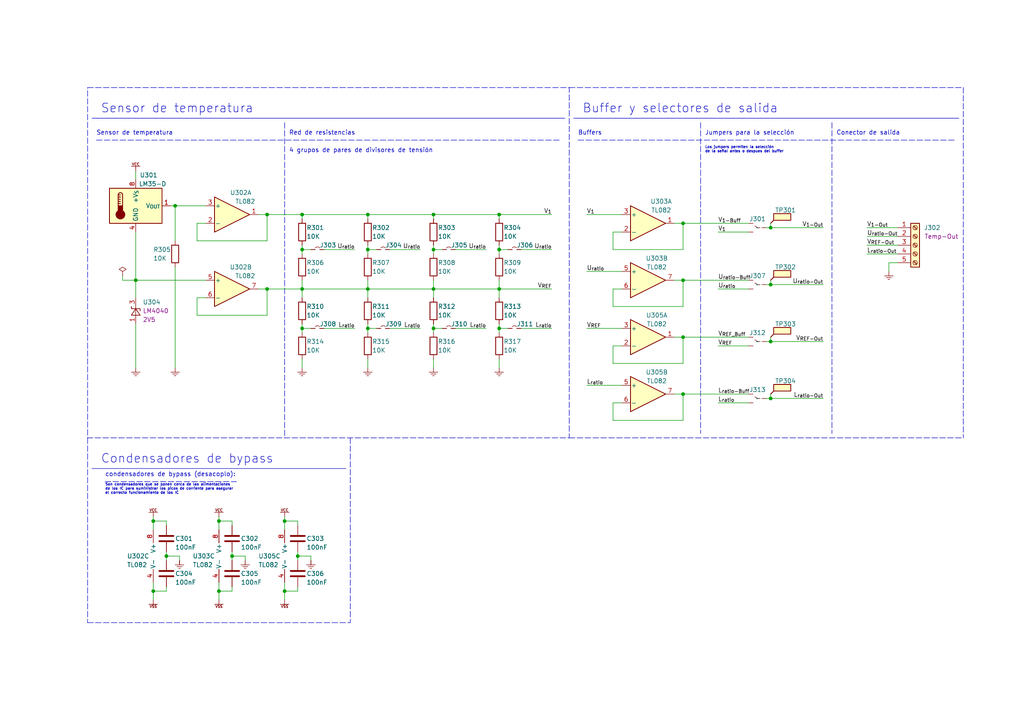
<source format=kicad_sch>
(kicad_sch (version 20230121) (generator eeschema)
  (paper "A4")
  (title_block (title "EQM Lab PCB - 1") (date "2023-04-14") (rev "V0.1-Alpha") (company "JSM - ETSE-UV") (comment 1 "Sensor de temperatura"))
  (lib_symbols
    (symbol "Amplifier_Operational:TL082" (pin_names (offset 0.127))
      (property "Reference" "U" (at 0 5.08 0))
      (property "Value" "TL082" (at 0 -5.08 0))
      (symbol "TL082_1_1"
        (polyline (pts (xy -5.08 5.08) (xy 5.08 0) (xy -5.08 -5.08) (xy -5.08 5.08)) (stroke (width 0.254)) (fill (type background)))
        (pin output line (at 7.62 0 180) (length 2.54) (name "~") (number "1"))
        (pin input line (at -7.62 -2.54 0) (length 2.54) (name "-") (number "2"))
        (pin input line (at -7.62 2.54 0) (length 2.54) (name "+") (number "3"))
      )
      (symbol "TL082_2_1"
        (polyline (pts (xy -5.08 5.08) (xy 5.08 0) (xy -5.08 -5.08) (xy -5.08 5.08)) (stroke (width 0.254)) (fill (type background)))
        (pin input line (at -7.62 2.54 0) (length 2.54) (name "+") (number "5"))
        (pin input line (at -7.62 -2.54 0) (length 2.54) (name "-") (number "6"))
        (pin output line (at 7.62 0 180) (length 2.54) (name "~") (number "7"))
      )
      (symbol "TL082_3_1"
        (pin power_in line (at -2.54 -7.62 90) (length 3.81) (name "V-") (number "4"))
        (pin power_in line (at -2.54 7.62 270) (length 3.81) (name "V+") (number "8"))
      )
    )
    (symbol "CPower:#GND" (power) (pin_numbers hide) (pin_names (offset 0) hide) (in_bom no) (on_board no)
      (symbol "#GND_0_0"
        (polyline (pts (xy -1.27 -1.27) (xy 1.27 -1.27)) (fill (type background)))
        (polyline (pts (xy -0.762 -1.778) (xy 0.762 -1.778)) (fill (type background)))
        (polyline (pts (xy -0.254 -2.286) (xy 0.254 -2.286)) (fill (type background)))
      )
      (symbol "#GND_1_1"
        (pin power_in line (at 0 0 270) (length 1.27) (name "GND") (number "1"))
      )
    )
    (symbol "CPower:#VSS" (power) (pin_numbers hide) (pin_names (offset 0) hide) (in_bom no) (on_board no)
      (symbol "#VSS_0_1"
        (polyline (pts (xy -1.27 1.27) (xy 1.27 1.27)))
      )
      (symbol "#VSS_1_1"
        (text "VSS" (at 0 1.905 0) (effects (font (size 0.75 0.75))))
        (pin power_in line (at 0 0 90) (length 1.27) (name "") (number ""))
      )
    )
    (symbol "CPower:VCC" (power) (pin_numbers hide) (pin_names (offset 0) hide) (in_bom no) (on_board no)
      (symbol "VCC_0_1"
        (polyline (pts (xy -1.27 0) (xy 1.27 0)))
      )
      (symbol "VCC_1_1"
        (text "VCC" (at 0 0.635 0) (effects (font (size 0.75 0.75))))
        (pin power_in line (at 0 -1.27 90) (length 1.27) (name "") (number ""))
      )
    )
    (symbol "Cmisc:Jumper" (pin_numbers hide) (pin_names (offset 0) hide) (in_bom no)
      (property "Reference" "J" (at 1.27 0 0))
      (symbol "Jumper_0_1"
        (arc (start -0.508 0) (mid -0.771 -0.635) (end -0.508 -1.27))
      )
      (symbol "Jumper_1_1"
        (pin bidirectional line (at 0 1.27 270) (length 1.27) (name "") (number "1"))
        (pin bidirectional line (at 0 -2.54 90) (length 1.27) (name "") (number "2"))
      )
    )
    (symbol "Cmisc:Jumper_3" (pin_numbers hide) (pin_names (offset 0) hide)
      (property "Reference" "J" (at 1.27 -2.54 0))
      (symbol "Jumper_3_0_1"
        (polyline (pts (xy -0.762 0) (xy 0 0) (xy 0.762 0.508)))
      )
      (symbol "Jumper_3_1_1"
        (pin bidirectional line (at -2.54 0 0) (length 1.27) (name "") (number "1"))
        (pin bidirectional line (at 2.54 1.27 180) (length 1.27) (name "") (number "2"))
        (pin bidirectional line (at 2.54 -1.27 180) (length 1.27) (name "") (number "3"))
      )
    )
    (symbol "Connector:Screw_Terminal_01x05" (pin_names (offset 1.016) hide)
      (property "Reference" "J" (at 0 7.62 0))
      (property "Value" "Screw_Terminal_01x05" (at 0 -7.62 0))
      (symbol "Screw_Terminal_01x05_1_1"
        (rectangle (start -1.27 6.35) (end 1.27 -6.35) (stroke (width 0.254)) (fill (type background)))
        (circle (center 0 -5.08) (radius 0.635) (stroke (width 0.1524)))
        (circle (center 0 -2.54) (radius 0.635) (stroke (width 0.1524)))
        (polyline (pts (xy -0.5334 -4.7498) (xy 0.3302 -5.588)) (stroke (width 0.1524)))
        (polyline (pts (xy -0.5334 -2.2098) (xy 0.3302 -3.048)) (stroke (width 0.1524)))
        (polyline (pts (xy -0.5334 0.3302) (xy 0.3302 -0.508)) (stroke (width 0.1524)))
        (polyline (pts (xy -0.5334 2.8702) (xy 0.3302 2.032)) (stroke (width 0.1524)))
        (polyline (pts (xy -0.5334 5.4102) (xy 0.3302 4.572)) (stroke (width 0.1524)))
        (polyline (pts (xy -0.3556 -4.572) (xy 0.508 -5.4102)) (stroke (width 0.1524)))
        (polyline (pts (xy -0.3556 -2.032) (xy 0.508 -2.8702)) (stroke (width 0.1524)))
        (polyline (pts (xy -0.3556 0.508) (xy 0.508 -0.3302)) (stroke (width 0.1524)))
        (polyline (pts (xy -0.3556 3.048) (xy 0.508 2.2098)) (stroke (width 0.1524)))
        (polyline (pts (xy -0.3556 5.588) (xy 0.508 4.7498)) (stroke (width 0.1524)))
        (circle (center 0 0) (radius 0.635) (stroke (width 0.1524)))
        (circle (center 0 2.54) (radius 0.635) (stroke (width 0.1524)))
        (circle (center 0 5.08) (radius 0.635) (stroke (width 0.1524)))
        (pin passive line (at -5.08 5.08 0) (length 3.81) (name "Pin_1") (number "1"))
        (pin passive line (at -5.08 2.54 0) (length 3.81) (name "Pin_2") (number "2"))
        (pin passive line (at -5.08 0 0) (length 3.81) (name "Pin_3") (number "3"))
        (pin passive line (at -5.08 -2.54 0) (length 3.81) (name "Pin_4") (number "4"))
        (pin passive line (at -5.08 -5.08 0) (length 3.81) (name "Pin_5") (number "5"))
      )
    )
    (symbol "Connector:TestPoint_Flag" (pin_numbers hide) (pin_names (offset 0.762) hide)
      (property "Reference" "TP" (at 3.429 1.778 0))
      (property "Value" "TestPoint_Flag" (at 3.302 4.191 0))
      (symbol "TestPoint_Flag_0_1"
        (polyline (pts (xy 0 0) (xy 0.889 0.889)) (stroke (width 0.254)))
        (rectangle (start 0.889 2.794) (end 5.842 0.889) (stroke (width 0.254)) (fill (type background)))
      )
      (symbol "TestPoint_Flag_1_1"
        (pin passive line (at 0 0 90) (length 0) (name "1") (number "1"))
      )
    )
    (symbol "Device:C" (pin_numbers hide) (pin_names (offset 0.254))
      (property "Reference" "C" (at 0.635 2.54 0))
      (property "Value" "C" (at 0.635 -2.54 0))
      (symbol "C_0_1"
        (polyline (pts (xy -2.032 -0.762) (xy 2.032 -0.762)) (stroke (width 0.508)))
        (polyline (pts (xy -2.032 0.762) (xy 2.032 0.762)) (stroke (width 0.508)))
      )
      (symbol "C_1_1"
        (pin passive line (at 0 3.81 270) (length 2.794) (name "~") (number "1"))
        (pin passive line (at 0 -3.81 90) (length 2.794) (name "~") (number "2"))
      )
    )
    (symbol "Device:R" (pin_numbers hide) (pin_names (offset 0))
      (property "Reference" "R" (at 2.032 0 90))
      (property "Value" "R" (at 0 0 90))
      (symbol "R_0_1"
        (rectangle (start -1.016 -2.54) (end 1.016 2.54) (stroke (width 0.254)))
      )
      (symbol "R_1_1"
        (pin passive line (at 0 3.81 270) (length 1.27) (name "~") (number "1"))
        (pin passive line (at 0 -3.81 90) (length 1.27) (name "~") (number "2"))
      )
    )
    (symbol "Reference_Voltage:LM4040DCK-2.5" (pin_names (offset 0.0254) hide)
      (property "Reference" "U" (at 0 2.54 0))
      (property "Value" "LM4040DCK-2.5" (at 0 -3.175 0))
      (symbol "LM4040DCK-2.5_0_1"
        (polyline (pts (xy -1.27 0) (xy 0 0) (xy 1.27 0)))
        (polyline (pts (xy -1.27 -1.27) (xy 0.635 0) (xy -1.27 1.27) (xy -1.27 -1.27)) (stroke (width 0.2032)))
        (polyline (pts (xy 0 -1.27) (xy 0.635 -1.27) (xy 0.635 1.27) (xy 1.27 1.27)) (stroke (width 0.2032)))
      )
      (symbol "LM4040DCK-2.5_1_1"
        (pin passive line (at -3.81 0 0) (length 2.54) (name "A") (number "1"))
        (pin passive line (at 3.81 0 180) (length 2.54) (name "K") (number "3"))
      )
    )
    (symbol "Sensor_Temperature:LM35-D"
      (property "Reference" "U" (at -6.35 6.35 0))
      (property "Value" "LM35-D" (at 1.27 6.35 0))
      (symbol "LM35-D_0_1"
        (rectangle (start -7.62 5.08) (end 7.62 -5.08) (stroke (width 0.254)) (fill (type background)))
        (circle (center -4.445 -2.54) (radius 1.27) (stroke (width 0.254)) (fill (type outline)))
        (rectangle (start -3.81 -1.905) (end -5.08 0) (stroke (width 0.254)) (fill (type outline)))
        (arc (start -3.81 3.175) (mid -4.445 3.8073) (end -5.08 3.175) (stroke (width 0.254)))
        (polyline (pts (xy -5.08 0.635) (xy -4.445 0.635)) (stroke (width 0.254)))
        (polyline (pts (xy -5.08 1.27) (xy -4.445 1.27)) (stroke (width 0.254)))
        (polyline (pts (xy -5.08 1.905) (xy -4.445 1.905)) (stroke (width 0.254)))
        (polyline (pts (xy -5.08 2.54) (xy -4.445 2.54)) (stroke (width 0.254)))
        (polyline (pts (xy -5.08 3.175) (xy -5.08 0)) (stroke (width 0.254)))
        (polyline (pts (xy -5.08 3.175) (xy -4.445 3.175)) (stroke (width 0.254)))
        (polyline (pts (xy -3.81 3.175) (xy -3.81 0)) (stroke (width 0.254)))
      )
      (symbol "LM35-D_1_1"
        (pin output line (at 10.16 0 180) (length 2.54) (name "V_{OUT}") (number "1"))
        (pin no_connect line (at -2.54 -5.08 90) (length 2.54) hide (name "NC") (number "2"))
        (pin no_connect line (at -2.54 5.08 270) (length 2.54) hide (name "NC") (number "3"))
        (pin power_in line (at 0 -7.62 90) (length 2.54) (name "GND") (number "4"))
        (pin no_connect line (at 2.54 -5.08 90) (length 2.54) hide (name "NC") (number "5"))
        (pin no_connect line (at 5.08 -5.08 90) (length 2.54) hide (name "NC") (number "6"))
        (pin no_connect line (at 7.62 2.54 180) (length 2.54) hide (name "NC") (number "7"))
        (pin power_in line (at 0 7.62 270) (length 2.54) (name "+V_{S}") (number "8"))
      )
    )
    (symbol "power:PWR_FLAG" (power) (pin_numbers hide) (pin_names (offset 0) hide)
      (property "Value" "PWR_FLAG" (at 0 3.81 0))
      (symbol "PWR_FLAG_0_0"
        (pin power_out line (at 0 0 90) (length 0) (name "pwr") (number "1"))
      )
      (symbol "PWR_FLAG_0_1"
        (polyline (pts (xy 0 0) (xy 0 1.27) (xy -1.016 1.905) (xy 0 2.54) (xy 1.016 1.905) (xy 0 1.27)))
      )
    )
  )
  (junction (at 63.5 171.45))
  (junction (at 39.37 81.28))
  (junction (at 106.68 95.25))
  (junction (at 106.68 83.82))
  (junction (at 50.8 59.69))
  (junction (at 223.52 82.55))
  (junction (at 223.52 99.06))
  (junction (at 77.47 83.82))
  (junction (at 198.12 97.79))
  (junction (at 106.68 72.39))
  (junction (at 198.12 64.77))
  (junction (at 86.36 161.29))
  (junction (at 87.63 62.23))
  (junction (at 67.31 161.29))
  (junction (at 106.68 62.23))
  (junction (at 48.26 161.29))
  (junction (at 144.78 95.25))
  (junction (at 77.47 62.23))
  (junction (at 87.63 95.25))
  (junction (at 125.73 72.39))
  (junction (at 63.5 151.13))
  (junction (at 223.52 115.57))
  (junction (at 125.73 83.82))
  (junction (at 223.52 66.04))
  (junction (at 87.63 72.39))
  (junction (at 144.78 83.82))
  (junction (at 44.45 151.13))
  (junction (at 198.12 114.3))
  (junction (at 125.73 95.25))
  (junction (at 144.78 72.39))
  (junction (at 82.55 171.45))
  (junction (at 82.55 151.13))
  (junction (at 87.63 83.82))
  (junction (at 44.45 171.45))
  (junction (at 198.12 81.28))
  (junction (at 125.73 62.23))
  (junction (at 144.78 62.23))
  (wire (pts (xy 125.73 104.14) (xy 125.73 106.68)))
  (wire (pts (xy 57.15 64.77) (xy 57.15 69.85)))
  (wire (pts (xy 128.27 95.25) (xy 125.73 95.25)))
  (wire (pts (xy 67.31 151.13) (xy 67.31 152.4)))
  (wire (pts (xy 177.8 67.31) (xy 177.8 72.39)))
  (polyline (pts (xy 279.4 25.4) (xy 279.4 127)) (stroke (width 0) (type dash)))
  (wire (pts (xy 170.18 78.74) (xy 180.34 78.74)))
  (wire (pts (xy 39.37 93.98) (xy 39.37 106.68)))
  (wire (pts (xy 59.69 86.36) (xy 57.15 86.36)))
  (wire (pts (xy 63.5 151.13) (xy 63.5 153.67)))
  (wire (pts (xy 198.12 64.77) (xy 195.58 64.77)))
  (polyline (pts (xy 241.3 35.56) (xy 241.3 125.73)) (stroke (width 0) (type dash)))
  (wire (pts (xy 208.28 100.33) (xy 217.17 100.33)))
  (polyline (pts (xy 165.1 127) (xy 279.4 127)) (stroke (width 0) (type dash)))
  (wire (pts (xy 177.8 116.84) (xy 177.8 121.92)))
  (wire (pts (xy 50.8 59.69) (xy 50.8 69.85)))
  (wire (pts (xy 198.12 105.41) (xy 198.12 97.79)))
  (wire (pts (xy 198.12 64.77) (xy 217.17 64.77)))
  (wire (pts (xy 106.68 95.25) (xy 106.68 96.52)))
  (wire (pts (xy 63.5 171.45) (xy 63.5 173.99)))
  (wire (pts (xy 132.08 95.25) (xy 140.97 95.25)))
  (wire (pts (xy 87.63 71.12) (xy 87.63 72.39)))
  (wire (pts (xy 144.78 95.25) (xy 144.78 96.52)))
  (wire (pts (xy 87.63 83.82) (xy 106.68 83.82)))
  (wire (pts (xy 198.12 97.79) (xy 217.17 97.79)))
  (wire (pts (xy 44.45 151.13) (xy 44.45 153.67)))
  (wire (pts (xy 106.68 71.12) (xy 106.68 72.39)))
  (wire (pts (xy 222.25 82.55) (xy 223.52 82.55)))
  (wire (pts (xy 90.17 162.56) (xy 90.17 161.29)))
  (wire (pts (xy 170.18 95.25) (xy 180.34 95.25)))
  (wire (pts (xy 44.45 149.86) (xy 44.45 151.13)))
  (wire (pts (xy 144.78 93.98) (xy 144.78 95.25)))
  (wire (pts (xy 39.37 49.53) (xy 39.37 52.07)))
  (wire (pts (xy 106.68 83.82) (xy 106.68 86.36)))
  (polyline (pts (xy 25.4 180.594) (xy 101.6 180.594)) (stroke (width 0) (type dash)))
  (polyline (pts (xy 166.37 34.29) (xy 278.13 34.29)))
  (wire (pts (xy 63.5 149.86) (xy 63.5 151.13)))
  (wire (pts (xy 77.47 62.23) (xy 87.63 62.23)))
  (wire (pts (xy 35.56 80.01) (xy 35.56 81.28)))
  (wire (pts (xy 198.12 81.28) (xy 195.58 81.28)))
  (wire (pts (xy 44.45 171.45) (xy 44.45 173.99)))
  (wire (pts (xy 87.63 104.14) (xy 87.63 106.68)))
  (wire (pts (xy 77.47 83.82) (xy 87.63 83.82)))
  (polyline (pts (xy 165.1 25.4) (xy 279.4 25.4)) (stroke (width 0) (type dash)))
  (wire (pts (xy 77.47 62.23) (xy 74.93 62.23)))
  (wire (pts (xy 49.53 59.69) (xy 50.8 59.69)))
  (wire (pts (xy 87.63 95.25) (xy 87.63 96.52)))
  (wire (pts (xy 125.73 62.23) (xy 125.73 63.5)))
  (wire (pts (xy 71.12 162.56) (xy 71.12 161.29)))
  (wire (pts (xy 125.73 62.23) (xy 144.78 62.23)))
  (wire (pts (xy 208.28 116.84) (xy 217.17 116.84)))
  (wire (pts (xy 106.68 83.82) (xy 125.73 83.82)))
  (wire (pts (xy 87.63 62.23) (xy 106.68 62.23)))
  (polyline (pts (xy 26.67 34.29) (xy 163.83 34.29)))
  (wire (pts (xy 223.52 64.77) (xy 223.52 66.04)))
  (wire (pts (xy 198.12 121.92) (xy 198.12 114.3)))
  (wire (pts (xy 48.26 160.02) (xy 48.26 161.29)))
  (wire (pts (xy 86.36 161.29) (xy 90.17 161.29)))
  (wire (pts (xy 90.17 95.25) (xy 87.63 95.25)))
  (wire (pts (xy 67.31 160.02) (xy 67.31 161.29)))
  (wire (pts (xy 67.31 161.29) (xy 67.31 162.56)))
  (wire (pts (xy 222.25 99.06) (xy 223.52 99.06)))
  (polyline (pts (xy 27.94 40.64) (xy 162.56 40.64)) (stroke (width 0) (type dash)))
  (polyline (pts (xy 30.48 139.7) (xy 68.58 139.7)) (stroke (width 0) (type dash)))
  (wire (pts (xy 257.81 78.74) (xy 257.81 76.2)))
  (wire (pts (xy 223.52 97.79) (xy 223.52 99.06)))
  (wire (pts (xy 177.8 100.33) (xy 177.8 105.41)))
  (wire (pts (xy 125.73 95.25) (xy 125.73 96.52)))
  (wire (pts (xy 113.03 95.25) (xy 121.92 95.25)))
  (wire (pts (xy 170.18 111.76) (xy 180.34 111.76)))
  (wire (pts (xy 222.25 115.57) (xy 223.52 115.57)))
  (wire (pts (xy 106.68 62.23) (xy 106.68 63.5)))
  (wire (pts (xy 48.26 151.13) (xy 48.26 152.4)))
  (wire (pts (xy 208.28 67.31) (xy 217.17 67.31)))
  (wire (pts (xy 48.26 161.29) (xy 52.07 161.29)))
  (wire (pts (xy 251.46 71.12) (xy 260.35 71.12)))
  (wire (pts (xy 223.52 66.04) (xy 238.76 66.04)))
  (wire (pts (xy 170.18 62.23) (xy 180.34 62.23)))
  (wire (pts (xy 57.15 69.85) (xy 77.47 69.85)))
  (wire (pts (xy 147.32 95.25) (xy 144.78 95.25)))
  (wire (pts (xy 106.68 72.39) (xy 106.68 73.66)))
  (wire (pts (xy 63.5 171.45) (xy 63.5 168.91)))
  (wire (pts (xy 48.26 161.29) (xy 48.26 162.56)))
  (wire (pts (xy 48.26 170.18) (xy 48.26 171.45)))
  (polyline (pts (xy 26.67 135.89) (xy 100.33 135.89)))
  (wire (pts (xy 177.8 72.39) (xy 198.12 72.39)))
  (wire (pts (xy 125.73 72.39) (xy 125.73 73.66)))
  (wire (pts (xy 86.36 151.13) (xy 86.36 152.4)))
  (wire (pts (xy 125.73 93.98) (xy 125.73 95.25)))
  (wire (pts (xy 109.22 95.25) (xy 106.68 95.25)))
  (wire (pts (xy 86.36 171.45) (xy 82.55 171.45)))
  (wire (pts (xy 86.36 160.02) (xy 86.36 161.29)))
  (wire (pts (xy 144.78 62.23) (xy 160.02 62.23)))
  (wire (pts (xy 125.73 83.82) (xy 144.78 83.82)))
  (polyline (pts (xy 82.55 35.56) (xy 82.55 127)) (stroke (width 0) (type dash)))
  (wire (pts (xy 50.8 77.47) (xy 50.8 106.68)))
  (wire (pts (xy 144.78 62.23) (xy 144.78 63.5)))
  (wire (pts (xy 177.8 83.82) (xy 177.8 88.9)))
  (wire (pts (xy 52.07 162.56) (xy 52.07 161.29)))
  (wire (pts (xy 86.36 161.29) (xy 86.36 162.56)))
  (polyline (pts (xy 25.4 127) (xy 25.4 180.594)) (stroke (width 0) (type dash)))
  (wire (pts (xy 223.52 115.57) (xy 238.76 115.57)))
  (wire (pts (xy 147.32 72.39) (xy 144.78 72.39)))
  (wire (pts (xy 87.63 81.28) (xy 87.63 83.82)))
  (wire (pts (xy 198.12 114.3) (xy 217.17 114.3)))
  (polyline (pts (xy 101.6 127) (xy 101.6 180.594)) (stroke (width 0) (type dash)))
  (wire (pts (xy 125.73 71.12) (xy 125.73 72.39)))
  (wire (pts (xy 39.37 81.28) (xy 39.37 86.36)))
  (wire (pts (xy 251.46 73.66) (xy 260.35 73.66)))
  (wire (pts (xy 82.55 149.86) (xy 82.55 151.13)))
  (wire (pts (xy 208.28 83.82) (xy 217.17 83.82)))
  (wire (pts (xy 223.52 114.3) (xy 223.52 115.57)))
  (wire (pts (xy 113.03 72.39) (xy 121.92 72.39)))
  (wire (pts (xy 198.12 81.28) (xy 217.17 81.28)))
  (wire (pts (xy 251.46 66.04) (xy 260.35 66.04)))
  (wire (pts (xy 144.78 83.82) (xy 160.02 83.82)))
  (wire (pts (xy 77.47 69.85) (xy 77.47 62.23)))
  (wire (pts (xy 180.34 83.82) (xy 177.8 83.82)))
  (wire (pts (xy 223.52 82.55) (xy 238.76 82.55)))
  (wire (pts (xy 198.12 72.39) (xy 198.12 64.77)))
  (wire (pts (xy 87.63 93.98) (xy 87.63 95.25)))
  (wire (pts (xy 132.08 72.39) (xy 140.97 72.39)))
  (wire (pts (xy 77.47 91.44) (xy 77.47 83.82)))
  (wire (pts (xy 144.78 71.12) (xy 144.78 72.39)))
  (wire (pts (xy 44.45 151.13) (xy 48.26 151.13)))
  (polyline (pts (xy 203.2 35.56) (xy 203.2 125.73)) (stroke (width 0) (type dash)))
  (wire (pts (xy 82.55 151.13) (xy 82.55 153.67)))
  (wire (pts (xy 93.98 72.39) (xy 102.87 72.39)))
  (wire (pts (xy 144.78 83.82) (xy 144.78 86.36)))
  (wire (pts (xy 82.55 171.45) (xy 82.55 173.99)))
  (wire (pts (xy 48.26 171.45) (xy 44.45 171.45)))
  (wire (pts (xy 106.68 93.98) (xy 106.68 95.25)))
  (wire (pts (xy 82.55 151.13) (xy 86.36 151.13)))
  (wire (pts (xy 125.73 83.82) (xy 125.73 86.36)))
  (wire (pts (xy 67.31 161.29) (xy 71.12 161.29)))
  (wire (pts (xy 109.22 72.39) (xy 106.68 72.39)))
  (wire (pts (xy 106.68 62.23) (xy 125.73 62.23)))
  (wire (pts (xy 93.98 95.25) (xy 102.87 95.25)))
  (wire (pts (xy 77.47 83.82) (xy 74.93 83.82)))
  (wire (pts (xy 251.46 68.58) (xy 260.35 68.58)))
  (wire (pts (xy 198.12 88.9) (xy 198.12 81.28)))
  (wire (pts (xy 106.68 104.14) (xy 106.68 106.68)))
  (wire (pts (xy 39.37 67.31) (xy 39.37 81.28)))
  (wire (pts (xy 106.68 81.28) (xy 106.68 83.82)))
  (wire (pts (xy 39.37 81.28) (xy 59.69 81.28)))
  (wire (pts (xy 177.8 121.92) (xy 198.12 121.92)))
  (wire (pts (xy 87.63 72.39) (xy 87.63 73.66)))
  (wire (pts (xy 128.27 72.39) (xy 125.73 72.39)))
  (wire (pts (xy 257.81 76.2) (xy 260.35 76.2)))
  (wire (pts (xy 59.69 64.77) (xy 57.15 64.77)))
  (wire (pts (xy 67.31 171.45) (xy 63.5 171.45)))
  (wire (pts (xy 223.52 81.28) (xy 223.52 82.55)))
  (wire (pts (xy 57.15 86.36) (xy 57.15 91.44)))
  (wire (pts (xy 198.12 97.79) (xy 195.58 97.79)))
  (wire (pts (xy 198.12 114.3) (xy 195.58 114.3)))
  (wire (pts (xy 222.25 66.04) (xy 223.52 66.04)))
  (wire (pts (xy 82.55 171.45) (xy 82.55 168.91)))
  (wire (pts (xy 57.15 91.44) (xy 77.47 91.44)))
  (wire (pts (xy 87.63 83.82) (xy 87.63 86.36)))
  (wire (pts (xy 223.52 99.06) (xy 238.76 99.06)))
  (wire (pts (xy 144.78 81.28) (xy 144.78 83.82)))
  (wire (pts (xy 151.13 72.39) (xy 160.02 72.39)))
  (polyline (pts (xy 167.64 40.64) (xy 276.86 40.64)) (stroke (width 0) (type dash)))
  (wire (pts (xy 87.63 72.39) (xy 90.17 72.39)))
  (wire (pts (xy 144.78 104.14) (xy 144.78 106.68)))
  (wire (pts (xy 63.5 151.13) (xy 67.31 151.13)))
  (wire (pts (xy 144.78 72.39) (xy 144.78 73.66)))
  (wire (pts (xy 125.73 81.28) (xy 125.73 83.82)))
  (wire (pts (xy 50.8 59.69) (xy 59.69 59.69)))
  (wire (pts (xy 180.34 116.84) (xy 177.8 116.84)))
  (wire (pts (xy 151.13 95.25) (xy 160.02 95.25)))
  (wire (pts (xy 177.8 105.41) (xy 198.12 105.41)))
  (wire (pts (xy 35.56 81.28) (xy 39.37 81.28)))
  (wire (pts (xy 86.36 170.18) (xy 86.36 171.45)))
  (wire (pts (xy 180.34 67.31) (xy 177.8 67.31)))
  (wire (pts (xy 180.34 100.33) (xy 177.8 100.33)))
  (wire (pts (xy 177.8 88.9) (xy 198.12 88.9)))
  (wire (pts (xy 87.63 62.23) (xy 87.63 63.5)))
  (wire (pts (xy 67.31 170.18) (xy 67.31 171.45)))
  (wire (pts (xy 44.45 171.45) (xy 44.45 168.91)))
  (rectangle (start 25.4 25.4) (end 165.1 127) (stroke (width 0) (type dash)))
  (text "Sensor de temperatura" (at 27.94 39.37 0) (effects (font (size 1.27 1.27)) (justify left bottom)))
  (text "Conector de salida" (at 242.57 39.37 0) (effects (font (size 1.27 1.27)) (justify left bottom)))
  (text "Red de resistencias" (at 83.82 39.37 0) (effects (font (size 1.27 1.27)) (justify left bottom)))
  (text "Condensadores de bypass" (at 29.21 134.62 0) (effects (font (size 2.54 2.54)) (justify left bottom)))
  (text "Jumpers para la selección" (at 204.47 39.37 0) (effects (font (size 1.27 1.27)) (justify left bottom)))
  (text "Sensor de temperatura" (at 29.21 33.02 0) (effects (font (size 2.54 2.54)) (justify left bottom)))
  (text "Buffer y selectores de salida" (at 168.91 33.02 0) (effects (font (size 2.54 2.54)) (justify left bottom)))
  (text "condensadores de bypass (desacoplo):" (at 30.48 138.43 0) (effects (font (size 1.27 1.27)) (justify left bottom)))
  (text "4 grupos de pares de divisores de tensión " (at 83.82 44.45 0) (effects (font (size 1.27 1.27)) (justify left bottom)))
  (text "Los jumpers permiten la selección \nde la señal antes o despues del buffer\n" (at 204.47 44.45 0) (effects (font (size 0.75 0.75)) (justify left bottom)))
  (text "Son condensadores que se ponen cerca de las alimentaciones \nde los IC para suministrar los picos de corriente para asegurar \nel correcto funcionamiento de los IC" (at 30.48 143.51 0) (effects (font (size 0.75 0.75)) (justify left bottom)))
  (text "Buffers" (at 167.64 39.37 0) (effects (font (size 1.27 1.27)) (justify left bottom)))
  (label "V_{REF-Out}" (at 251.46 71.12 0))
  (label "L_{ratio}" (at 102.87 95.25 180))
  (label "V_{REF}" (at 208.28 100.33 0))
  (label "U_{ratio}" (at 102.87 72.39 180))
  (label "U_{ratio-Out}" (at 251.46 68.58 0))
  (label "V_{REF_Buff}" (at 208.28 97.79 0))
  (label "U_{ratio}" (at 140.97 72.39 180))
  (label "L_{ratio}" (at 170.18 111.76 0))
  (label "V_{1}" (at 170.18 62.23 0))
  (label "V_{1-Out}" (at 238.76 66.04 180))
  (label "L_{ratio}" (at 121.92 95.25 180))
  (label "U_{ratio}" (at 121.92 72.39 180))
  (label "L_{ratio-Buff}" (at 208.28 114.3 0))
  (label "U_{ratio}" (at 208.28 83.82 0))
  (label "V_{1}" (at 160.02 62.23 180))
  (label "L_{ratio}" (at 140.97 95.25 180))
  (label "V_{REF}" (at 160.02 83.82 180))
  (label "V_{1-Buff}" (at 208.28 64.77 0))
  (label "U_{ratio}" (at 170.18 78.74 0))
  (label "L_{ratio-Out}" (at 251.46 73.66 0))
  (label "L_{ratio}" (at 160.02 95.25 180))
  (label "U_{ratio-Buff}" (at 208.28 81.28 0))
  (label "V_{1}" (at 208.28 67.31 0))
  (label "V_{REF-Out}" (at 238.76 99.06 180))
  (label "U_{ratio}" (at 160.02 72.39 180))
  (label "L_{ratio-Out}" (at 238.76 115.57 180))
  (label "L_{ratio}" (at 208.28 116.84 0))
  (label "V_{1-Out}" (at 251.46 66.04 0))
  (label "V_{REF}" (at 170.18 95.25 0))
  (label "U_{ratio-Out}" (at 238.76 82.55 180))
  (symbol (lib_id "Device:C") (at 48.26 166.37 0) (unit 1)
    (property "Reference" "C304" (at 50.8 166.37 0) (effects (justify left)))
    (property "Value" "100nF" (at 50.8 168.91 0) (effects (justify left)))
  )
  (symbol (lib_id "Cmisc:Jumper") (at 111.76 72.39 270) (unit 1) (in_bom no)
    (property "Reference" "J304" (at 111.76 71.12 90) (effects (justify left)))
    (property "Sim.Enable" "0" (effects hide))
  )
  (symbol (lib_id "Device:R") (at 87.63 77.47 0) (unit 1)
    (property "Reference" "R306" (at 88.9 76.2 0) (effects (justify left)))
    (property "Value" "10K" (at 88.9 78.74 0) (effects (justify left)))
  )
  (symbol (lib_id "Cmisc:Jumper_3") (at 219.71 115.57 0) (mirror y) (unit 1)
    (property "Reference" "J313" (at 219.71 113.03 0))
    (property "Value" "~" (at 219.71 115.57 0))
  )
  (symbol (lib_id "Cmisc:Jumper") (at 92.71 95.25 270) (unit 1) (in_bom no)
    (property "Reference" "J308" (at 92.71 93.98 90) (effects (justify left)))
    (property "Sim.Enable" "0" (effects hide))
  )
  (symbol (lib_id "Connector:TestPoint_Flag") (at 223.52 64.77 0) (unit 1)
    (property "Reference" "TP301" (at 224.79 60.96 0) (effects (justify left)))
    (property "Value" "TestPoint_Flag" (effects hide))
  )
  (symbol (lib_id "Device:R") (at 106.68 67.31 0) (unit 1)
    (property "Reference" "R302" (at 107.95 66.04 0) (effects (justify left)))
    (property "Value" "10K" (at 107.95 68.58 0) (effects (justify left)))
  )
  (symbol (lib_id "Amplifier_Operational:TL082") (at 187.96 64.77 0) (unit 1)
    (property "Reference" "U303" (at 191.77 58.42 0))
    (property "Value" "TL082" (at 191.77 60.96 0))
    (property "Datasheet" "http://www.ti.com/lit/ds/symlink/tl081.pdf" (effects hide))
  )
  (symbol (lib_id "Device:C") (at 67.31 156.21 0) (unit 1)
    (property "Reference" "C302" (at 69.85 156.21 0) (effects (justify left)))
    (property "Value" "100nF" (at 69.85 158.75 0) (effects (justify left)))
  )
  (symbol (lib_id "CPower:VCC") (at 63.5 148.59 0) (unit 1) (in_bom no) (on_board no)
    (property "Reference" "#VCC0303" (effects hide))
    (property "Value" "VCC" (effects hide))
  )
  (symbol (lib_id "Connector:TestPoint_Flag") (at 223.52 114.3 0) (unit 1)
    (property "Reference" "TP304" (at 224.79 110.49 0) (effects (justify left)))
    (property "Value" "TestPoint_Flag" (effects hide))
  )
  (symbol (lib_id "Reference_Voltage:LM4040DCK-2.5") (at 39.37 90.17 90) (unit 1)
    (property "Reference" "U304" (at 41.402 87.63 90) (effects (justify right)))
    (property "Value" "LM4040DEX3-2.5+T" (effects hide))
    (property "Footprint" "Package_TO_SOT_SMD:SOT-353_SC-70-5" (effects hide))
    (property "Ref_alt" "LM4040" (at 41.402 90.17 90) (effects (justify right)))
    (property "V" "2V5" (at 41.402 92.71 90) (effects (justify right)))
  )
  (symbol (lib_id "Cmisc:Jumper") (at 130.81 95.25 270) (unit 1) (in_bom no)
    (property "Reference" "J310" (at 130.81 93.98 90) (effects (justify left)))
    (property "Sim.Enable" "0" (effects hide))
  )
  (symbol (lib_id "Amplifier_Operational:TL082") (at 67.31 83.82 0) (unit 2)
    (property "Reference" "U302" (at 69.85 77.47 0))
    (property "Value" "TL082" (at 71.12 80.01 0))
    (property "Datasheet" "http://www.ti.com/lit/ds/symlink/tl081.pdf" (effects hide))
  )
  (symbol (lib_id "Cmisc:Jumper_3") (at 219.71 82.55 0) (mirror y) (unit 1)
    (property "Reference" "J307" (at 219.71 80.01 0))
    (property "Value" "~" (at 219.71 82.55 0))
  )
  (symbol (lib_id "Device:R") (at 144.78 90.17 0) (unit 1)
    (property "Reference" "R313" (at 146.05 88.9 0) (effects (justify left)))
    (property "Value" "10K" (at 146.05 91.44 0) (effects (justify left)))
  )
  (symbol (lib_id "Device:R") (at 125.73 67.31 0) (unit 1)
    (property "Reference" "R303" (at 127 66.04 0) (effects (justify left)))
    (property "Value" "10K" (at 127 68.58 0) (effects (justify left)))
  )
  (symbol (lib_id "Device:R") (at 125.73 100.33 0) (unit 1)
    (property "Reference" "R316" (at 127 99.06 0) (effects (justify left)))
    (property "Value" "10K" (at 127 101.6 0) (effects (justify left)))
  )
  (symbol (lib_id "CPower:#GND") (at 90.17 162.56 0) (unit 1) (in_bom no) (on_board no)
    (property "Reference" "#gnd0310" (effects hide))
    (property "Value" "#GND" (effects hide))
  )
  (symbol (lib_id "CPower:#GND") (at 125.73 106.68 0) (unit 1) (in_bom no) (on_board no)
    (property "Reference" "#gnd0306" (effects hide))
    (property "Value" "#GND" (effects hide))
  )
  (symbol (lib_id "Device:R") (at 106.68 77.47 0) (unit 1)
    (property "Reference" "R307" (at 107.95 76.2 0) (effects (justify left)))
    (property "Value" "10K" (at 107.95 78.74 0) (effects (justify left)))
  )
  (symbol (lib_id "CPower:#GND") (at 52.07 162.56 0) (unit 1) (in_bom no) (on_board no)
    (property "Reference" "#gnd0308" (effects hide))
    (property "Value" "#GND" (effects hide))
  )
  (symbol (lib_id "Connector:Screw_Terminal_01x05") (at 265.43 71.12 0) (unit 1)
    (property "Reference" "J302" (at 267.97 66.04 0) (effects (justify left)))
    (property "Value" "Screw_Terminal_01x05" (effects hide))
    (property "Use" "Temp-Out" (at 273.05 68.58 0))
  )
  (symbol (lib_id "Device:C") (at 86.36 156.21 0) (unit 1)
    (property "Reference" "C303" (at 88.9 156.21 0) (effects (justify left)))
    (property "Value" "100nF" (at 88.9 158.75 0) (effects (justify left)))
  )
  (symbol (lib_id "power:PWR_FLAG") (at 35.56 80.01 0) (unit 1)
    (property "Reference" "#FLG0101" (effects hide))
    (property "Value" "PWR_FLAG" (effects hide))
    (instances (project "EQM_1" (path "" (reference "#FLG0101") (unit 1)) (path "" (reference "#FLG0301") (unit 1))))
  )
  (symbol (lib_id "Cmisc:Jumper") (at 149.86 72.39 270) (unit 1) (in_bom no)
    (property "Reference" "J306" (at 149.86 71.12 90) (effects (justify left)))
    (property "Sim.Enable" "0" (effects hide))
  )
  (symbol (lib_id "Amplifier_Operational:TL082") (at 46.99 161.29 0) (unit 3)
    (property "Reference" "U302" (at 36.83 161.29 0) (effects (justify left)))
    (property "Value" "TL082" (at 36.83 163.83 0) (effects (justify left)))
    (property "Datasheet" "http://www.ti.com/lit/ds/symlink/tl081.pdf" (effects hide))
  )
  (symbol (lib_id "Sensor_Temperature:LM35-D") (at 39.37 59.69 0) (unit 1)
    (property "Reference" "U301" (at 45.72 50.8 0) (effects (justify right)))
    (property "Value" "LM35-D" (at 48.26 53.34 0) (effects (justify right)))
    (property "Footprint" "Package_SO:SOIC-8_3.9x4.9mm_P1.27mm" (effects hide))
    (property "Datasheet" "http://www.ti.com/lit/ds/symlink/lm35.pdf" (effects hide))
  )
  (symbol (lib_id "CPower:VCC") (at 44.45 148.59 0) (unit 1) (in_bom no) (on_board no)
    (property "Reference" "#VCC0302" (effects hide))
    (property "Value" "VCC" (effects hide))
  )
  (symbol (lib_id "Connector:TestPoint_Flag") (at 223.52 97.79 0) (unit 1)
    (property "Reference" "TP303" (at 224.79 93.98 0) (effects (justify left)))
    (property "Value" "TestPoint_Flag" (effects hide))
  )
  (symbol (lib_id "CPower:VCC") (at 39.37 48.26 0) (unit 1) (in_bom no) (on_board no)
    (property "Reference" "#VCC0301" (effects hide))
    (property "Value" "VCC" (effects hide))
  )
  (symbol (lib_id "Cmisc:Jumper") (at 130.81 72.39 270) (unit 1) (in_bom no)
    (property "Reference" "J305" (at 130.81 71.12 90) (effects (justify left)))
    (property "Sim.Enable" "0" (effects hide))
  )
  (symbol (lib_id "CPower:#GND") (at 144.78 106.68 0) (unit 1) (in_bom no) (on_board no)
    (property "Reference" "#gnd0307" (effects hide))
    (property "Value" "#GND" (effects hide))
  )
  (symbol (lib_id "Device:R") (at 125.73 77.47 0) (unit 1)
    (property "Reference" "R308" (at 127 76.2 0) (effects (justify left)))
    (property "Value" "10K" (at 127 78.74 0) (effects (justify left)))
  )
  (symbol (lib_id "CPower:#VSS") (at 44.45 173.99 180) (unit 1) (in_bom no) (on_board no)
    (property "Reference" "#VSS0301" (effects hide))
    (property "Value" "#VSS" (effects hide))
  )
  (symbol (lib_id "Device:R") (at 87.63 67.31 0) (unit 1)
    (property "Reference" "R301" (at 88.9 66.04 0) (effects (justify left)))
    (property "Value" "10K" (at 88.9 68.58 0) (effects (justify left)))
  )
  (symbol (lib_id "CPower:#GND") (at 39.37 106.68 0) (unit 1) (in_bom no) (on_board no)
    (property "Reference" "#gnd0302" (effects hide))
    (property "Value" "#GND" (effects hide))
  )
  (symbol (lib_id "Device:R") (at 144.78 77.47 0) (unit 1)
    (property "Reference" "R309" (at 146.05 76.2 0) (effects (justify left)))
    (property "Value" "10K" (at 146.05 78.74 0) (effects (justify left)))
  )
  (symbol (lib_id "Device:R") (at 106.68 90.17 0) (unit 1)
    (property "Reference" "R311" (at 107.95 88.9 0) (effects (justify left)))
    (property "Value" "10K" (at 107.95 91.44 0) (effects (justify left)))
  )
  (symbol (lib_id "CPower:#VSS") (at 63.5 173.99 180) (unit 1) (in_bom no) (on_board no)
    (property "Reference" "#VSS0302" (effects hide))
    (property "Value" "#VSS" (effects hide))
  )
  (symbol (lib_id "Device:R") (at 144.78 100.33 0) (unit 1)
    (property "Reference" "R317" (at 146.05 99.06 0) (effects (justify left)))
    (property "Value" "10K" (at 146.05 101.6 0) (effects (justify left)))
  )
  (symbol (lib_id "Amplifier_Operational:TL082") (at 187.96 97.79 0) (unit 1)
    (property "Reference" "U305" (at 190.5 91.44 0))
    (property "Value" "TL082" (at 190.5 93.98 0))
    (property "Datasheet" "http://www.ti.com/lit/ds/symlink/tl081.pdf" (effects hide))
  )
  (symbol (lib_id "CPower:#GND") (at 87.63 106.68 0) (unit 1) (in_bom no) (on_board no)
    (property "Reference" "#gnd0304" (effects hide))
    (property "Value" "#GND" (effects hide))
  )
  (symbol (lib_id "Amplifier_Operational:TL082") (at 187.96 81.28 0) (unit 2)
    (property "Reference" "U303" (at 190.5 74.93 0))
    (property "Value" "TL082" (at 190.5 77.47 0))
    (property "Datasheet" "http://www.ti.com/lit/ds/symlink/tl081.pdf" (effects hide))
  )
  (symbol (lib_id "Amplifier_Operational:TL082") (at 67.31 62.23 0) (unit 1)
    (property "Reference" "U302" (at 69.85 55.88 0))
    (property "Value" "TL082" (at 71.12 58.42 0))
    (property "Datasheet" "http://www.ti.com/lit/ds/symlink/tl081.pdf" (effects hide))
  )
  (symbol (lib_id "Device:R") (at 125.73 90.17 0) (unit 1)
    (property "Reference" "R312" (at 127 88.9 0) (effects (justify left)))
    (property "Value" "10K" (at 127 91.44 0) (effects (justify left)))
  )
  (symbol (lib_id "Device:R") (at 144.78 67.31 0) (unit 1)
    (property "Reference" "R304" (at 146.05 66.04 0) (effects (justify left)))
    (property "Value" "10K" (at 146.05 68.58 0) (effects (justify left)))
  )
  (symbol (lib_id "CPower:#GND") (at 257.81 78.74 0) (unit 1) (in_bom no) (on_board no)
    (property "Reference" "#gnd0301" (effects hide))
    (property "Value" "#GND" (effects hide))
  )
  (symbol (lib_id "Amplifier_Operational:TL082") (at 66.04 161.29 0) (unit 3)
    (property "Reference" "U303" (at 55.88 161.29 0) (effects (justify left)))
    (property "Value" "TL082" (at 55.88 163.83 0) (effects (justify left)))
    (property "Datasheet" "http://www.ti.com/lit/ds/symlink/tl081.pdf" (effects hide))
  )
  (symbol (lib_id "Device:C") (at 67.31 166.37 0) (unit 1)
    (property "Reference" "C305" (at 69.85 166.37 0) (effects (justify left)))
    (property "Value" "100nF" (at 69.85 168.91 0) (effects (justify left)))
  )
  (symbol (lib_id "Cmisc:Jumper_3") (at 219.71 99.06 0) (mirror y) (unit 1)
    (property "Reference" "J312" (at 219.71 96.52 0))
    (property "Value" "~" (at 219.71 99.06 0))
  )
  (symbol (lib_id "Device:R") (at 87.63 90.17 0) (unit 1)
    (property "Reference" "R310" (at 88.9 88.9 0) (effects (justify left)))
    (property "Value" "10K" (at 88.9 91.44 0) (effects (justify left)))
  )
  (symbol (lib_id "Device:R") (at 106.68 100.33 0) (unit 1)
    (property "Reference" "R315" (at 107.95 99.06 0) (effects (justify left)))
    (property "Value" "10K" (at 107.95 101.6 0) (effects (justify left)))
  )
  (symbol (lib_id "Amplifier_Operational:TL082") (at 187.96 114.3 0) (unit 2)
    (property "Reference" "U305" (at 190.5 107.95 0))
    (property "Value" "TL082" (at 190.5 110.49 0))
    (property "Datasheet" "http://www.ti.com/lit/ds/symlink/tl081.pdf" (effects hide))
  )
  (symbol (lib_id "CPower:#GND") (at 50.8 106.68 0) (unit 1) (in_bom no) (on_board no)
    (property "Reference" "#gnd0303" (effects hide))
    (property "Value" "#GND" (effects hide))
  )
  (symbol (lib_id "Device:R") (at 50.8 73.66 0) (unit 1)
    (property "Reference" "R305" (at 44.45 72.39 0) (effects (justify left)))
    (property "Value" "10K" (at 44.45 74.93 0) (effects (justify left)))
  )
  (symbol (lib_id "Cmisc:Jumper") (at 92.71 72.39 270) (unit 1) (in_bom no)
    (property "Reference" "J303" (at 92.71 71.12 90) (effects (justify left)))
    (property "Sim.Enable" "0" (effects hide))
  )
  (symbol (lib_id "Device:C") (at 48.26 156.21 0) (unit 1)
    (property "Reference" "C301" (at 50.8 156.21 0) (effects (justify left)))
    (property "Value" "100nF" (at 50.8 158.75 0) (effects (justify left)))
  )
  (symbol (lib_id "CPower:VCC") (at 82.55 148.59 0) (unit 1) (in_bom no) (on_board no)
    (property "Reference" "#VCC0304" (effects hide))
    (property "Value" "VCC" (effects hide))
  )
  (symbol (lib_id "Device:C") (at 86.36 166.37 0) (unit 1)
    (property "Reference" "C306" (at 88.9 166.37 0) (effects (justify left)))
    (property "Value" "100nF" (at 88.9 168.91 0) (effects (justify left)))
  )
  (symbol (lib_id "Device:R") (at 87.63 100.33 0) (unit 1)
    (property "Reference" "R314" (at 88.9 99.06 0) (effects (justify left)))
    (property "Value" "10K" (at 88.9 101.6 0) (effects (justify left)))
  )
  (symbol (lib_id "Cmisc:Jumper") (at 111.76 95.25 270) (unit 1) (in_bom no)
    (property "Reference" "J309" (at 111.76 93.98 90) (effects (justify left)))
    (property "Sim.Enable" "0" (effects hide))
  )
  (symbol (lib_id "Cmisc:Jumper_3") (at 219.71 66.04 0) (mirror y) (unit 1)
    (property "Reference" "J301" (at 219.71 63.5 0))
    (property "Value" "~" (at 219.71 66.04 0))
  )
  (symbol (lib_id "CPower:#GND") (at 106.68 106.68 0) (unit 1) (in_bom no) (on_board no)
    (property "Reference" "#gnd0305" (effects hide))
    (property "Value" "#GND" (effects hide))
  )
  (symbol (lib_id "CPower:#GND") (at 71.12 162.56 0) (unit 1) (in_bom no) (on_board no)
    (property "Reference" "#gnd0309" (effects hide))
    (property "Value" "#GND" (effects hide))
  )
  (symbol (lib_id "Cmisc:Jumper") (at 149.86 95.25 270) (unit 1) (in_bom no)
    (property "Reference" "J311" (at 149.86 93.98 90) (effects (justify left)))
    (property "Sim.Enable" "0" (effects hide))
  )
  (symbol (lib_id "CPower:#VSS") (at 82.55 173.99 180) (unit 1) (in_bom no) (on_board no)
    (property "Reference" "#VSS0303" (effects hide))
    (property "Value" "#VSS" (effects hide))
  )
  (symbol (lib_id "Amplifier_Operational:TL082") (at 85.09 161.29 0) (unit 3)
    (property "Reference" "U305" (at 74.93 161.29 0) (effects (justify left)))
    (property "Value" "TL082" (at 74.93 163.83 0) (effects (justify left)))
    (property "Datasheet" "http://www.ti.com/lit/ds/symlink/tl081.pdf" (effects hide))
  )
  (symbol (lib_id "Connector:TestPoint_Flag") (at 223.52 81.28 0) (unit 1)
    (property "Reference" "TP302" (at 224.79 77.47 0) (effects (justify left)))
    (property "Value" "TestPoint_Flag" (effects hide))
  )
)
</source>
